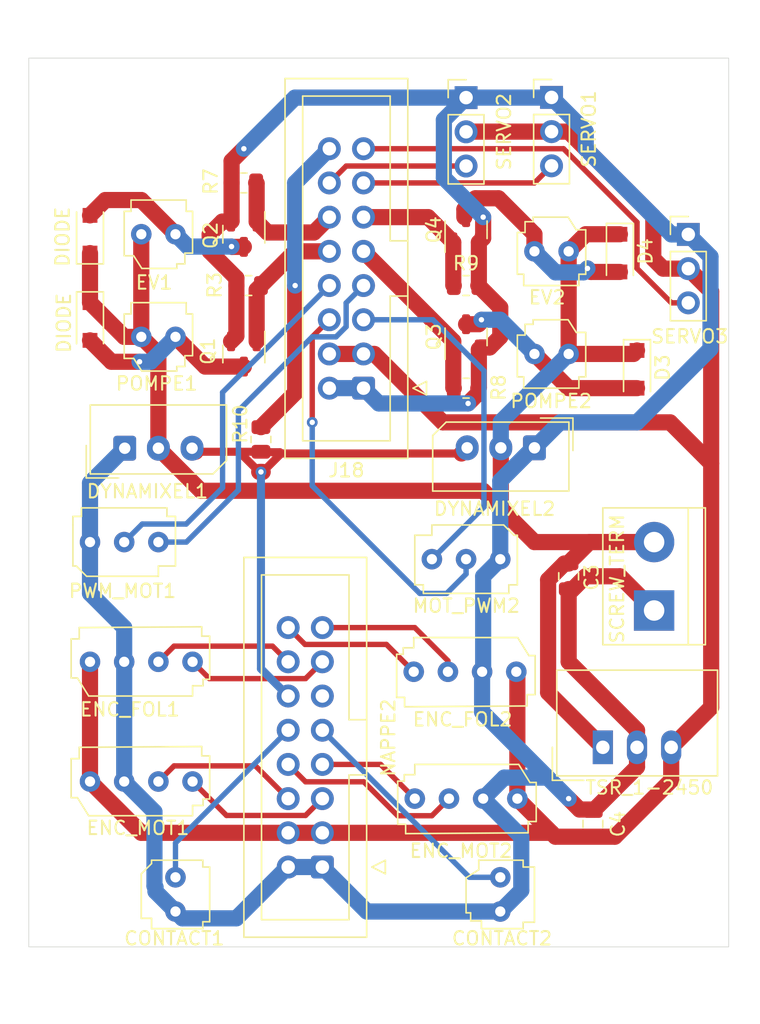
<source format=kicad_pcb>
(kicad_pcb (version 20211014) (generator pcbnew)
  (title_block (comment 4 "AISLER Project ID: LWARZFSB"))
  (layers (0 "F.Cu" signal) (31 "B.Cu" signal) (34 "B.Paste" user) (35 "F.Paste" user) (36 "B.SilkS" user "B.Silkscreen") (37 "F.SilkS" user "F.Silkscreen") (38 "B.Mask" user) (39 "F.Mask" user) (44 "Edge.Cuts" user))
  (net 0 "")
  (net 1 "+12V")
  (net 2 "GND")
  (net 3 "+5V")
  (net 4 "Net-(CONN_COL2-Pad2)")
  (net 5 "Net-(CONN_COL3-Pad2)")
  (net 6 "CONTACTEUR1_GPIO")
  (net 7 "Net-(CONN_COL5-Pad2)")
  (net 8 "Net-(CONN_COL6-Pad2)")
  (net 9 "CONTACTEUR2_GPIO")
  (net 10 "MC1B")
  (net 11 "MC1A")
  (net 12 "MC2B")
  (net 13 "MC2A")
  (net 15 "DataAX12_TX")
  (net 16 "RC_1B")
  (net 17 "RC_1A")
  (net 18 "RC_2B")
  (net 19 "RC_2A")
  (net 20 "S3")
  (net 21 "S2")
  (net 22 "Mot2PWM")
  (net 23 "Mot2DIR")
  (net 24 "Mot1PWM")
  (net 25 "Mot1DIR")
  (net 26 "S1")
  (net 27 "POMPE1")
  (net 28 "POMPE2")
  (net 29 "EV1")
  (net 30 "EV2")
  (net 31 "+3V3")
  (footprint "Connector_IDC:IDC-Header_2x08_P2.54mm_Vertical" (layer "F.Cu") (at 111.801511 181.001511 180)
    (fp_text reference "NAPPE2" (at -4.898489 9.601511 90) (layer "F.SilkS"))
    (fp_text value "Conn_02x08_Top_Bottom")
    (pad "1" thru_hole roundrect locked (at 0 0 180) (size 1.7 1.7) (drill 1) (layers *.Cu *.Mask) (roundrect_rratio 0.1470588235) (net 2 "GND"))
    (pad "2" thru_hole circle locked (at 2.54 0 180) (size 1.7 1.7) (drill 1) (layers *.Cu *.Mask) (net 2 "GND"))
    (pad "3" thru_hole circle locked (at 0 2.54 180) (size 1.7 1.7) (drill 1) (layers *.Cu *.Mask) (net 3 "+5V"))
    (pad "4" thru_hole circle locked (at 2.54 2.54 180) (size 1.7 1.7) (drill 1) (layers *.Cu *.Mask) (net 3 "+5V"))
    (pad "5" thru_hole circle locked (at 0 5.08 180) (size 1.7 1.7) (drill 1) (layers *.Cu *.Mask) (net 10 "MC1B"))
    (pad "6" thru_hole circle locked (at 2.54 5.08 180) (size 1.7 1.7) (drill 1) (layers *.Cu *.Mask) (net 11 "MC1A"))
    (pad "7" thru_hole circle locked (at 0 7.62 180) (size 1.7 1.7) (drill 1) (layers *.Cu *.Mask) (net 12 "MC2B"))
    (pad "8" thru_hole circle locked (at 2.54 7.62 180) (size 1.7 1.7) (drill 1) (layers *.Cu *.Mask) (net 13 "MC2A"))
    (pad "9" thru_hole circle locked (at 0 10.16 180) (size 1.7 1.7) (drill 1) (layers *.Cu *.Mask) (net 9 "CONTACTEUR2_GPIO"))
    (pad "10" thru_hole circle locked (at 2.54 10.16 180) (size 1.7 1.7) (drill 1) (layers *.Cu *.Mask) (net 6 "CONTACTEUR1_GPIO"))
    (pad "11" thru_hole circle locked (at 0 12.7 180) (size 1.7 1.7) (drill 1) (layers *.Cu *.Mask))
    (pad "12" thru_hole circle locked (at 2.54 12.7 180) (size 1.7 1.7) (drill 1) (layers *.Cu *.Mask) (net 15 "DataAX12_TX"))
    (pad "13" thru_hole circle locked (at 0 15.24 180) (size 1.7 1.7) (drill 1) (layers *.Cu *.Mask) (net 16 "RC_1B"))
    (pad "14" thru_hole circle locked (at 2.54 15.24 180) (size 1.7 1.7) (drill 1) (layers *.Cu *.Mask) (net 17 "RC_1A"))
    (pad "15" thru_hole circle locked (at 0 17.78 180) (size 1.7 1.7) (drill 1) (layers *.Cu *.Mask) (net 19 "RC_2A"))
    (pad "16" thru_hole circle locked (at 2.54 17.78 180) (size 1.7 1.7) (drill 1) (layers *.Cu *.Mask) (net 18 "RC_2B"))
  )
  (footprint "Converter_DCDC:Converter_DCDC_TRACO_TSR-1_THT" (layer "F.Cu") (at 132.639011 172.111511)
    (fp_text reference "TSR_1-2450" (at 3.460989 2.988489) (layer "F.SilkS"))
    (fp_text value "TSR_1-2450")
    (pad "1" thru_hole rect (at 0 0) (size 1.5 2.5) (drill 1) (layers *.Cu *.Mask) (net 1 "+12V"))
    (pad "2" thru_hole oval (at 2.54 0) (size 1.5 2.5) (drill 1) (layers *.Cu *.Mask) (net 2 "GND"))
    (pad "3" thru_hole oval (at 5.08 0) (size 1.5 2.5) (drill 1) (layers *.Cu *.Mask) (net 3 "+5V"))
  )
  (footprint "TerminalBlock:TerminalBlock_bornier-2_P5.08mm" (layer "F.Cu") (at 136.449011 161.951511 90)
    (fp_text reference "SCREW_TERM" (at 2.351511 -2.749011 270) (layer "F.SilkS"))
    (fp_text value "Screw_Terminal_01x02")
    (pad "1" thru_hole rect (at 0 0 90) (size 3 3) (drill 1.52) (layers *.Cu *.Mask) (net 2 "GND"))
    (pad "2" thru_hole circle (at 5.08 0 90) (size 3 3) (drill 1.52) (layers *.Cu *.Mask) (net 1 "+12V"))
  )
  (footprint "Capacitor_SMD:C_0805_2012Metric" (layer "F.Cu") (at 130.099011 159.411511 -90)
    (fp_text reference "C3" (at 0.088489 -1.700989 -90) (layer "F.SilkS"))
    (fp_text value "C")
    (pad "1" smd roundrect (at -0.95 0 270) (size 1 1.45) (layers "F.Cu" "F.Paste" "F.Mask") (net 1 "+12V"))
    (pad "2" smd roundrect (at 0.95 0 270) (size 1 1.45) (layers "F.Cu" "F.Paste" "F.Mask") (net 2 "GND"))
  )
  (footprint "Diode_SMD:D_SOD-123F" (layer "F.Cu") (at 133.909011 135.411511 -90)
    (fp_text reference "D4" (at -0.127 -1.905 90) (layer "F.SilkS"))
    (fp_text value "PMEG2020EH")
    (pad "1" smd rect locked (at -1.4 0 270) (size 1.1 1.1) (layers "F.Cu" "F.Paste" "F.Mask") (net 1 "+12V"))
    (pad "2" smd rect locked (at 1.4 0 270) (size 1.1 1.1) (layers "F.Cu" "F.Paste" "F.Mask") (net 8 "Net-(CONN_COL6-Pad2)"))
  )
  (footprint "Resistor_SMD:R_0805_2012Metric" (layer "F.Cu") (at 107.239011 149.251511 -90)
    (fp_text reference "R10" (at -1.151511 1.539011 90) (layer "F.SilkS"))
    (fp_text value "1k")
    (pad "1" smd roundrect locked (at -0.9125 0 270) (size 1.025 1.4) (layers "F.Cu" "F.Paste" "F.Mask") (roundrect_rratio 0.243902439) (net 31 "+3V3"))
    (pad "2" smd roundrect locked (at 0.9125 0 270) (size 1.025 1.4) (layers "F.Cu" "F.Paste" "F.Mask") (roundrect_rratio 0.243902439) (net 15 "DataAX12_TX"))
  )
  (footprint "MountingHole:MountingHole_3.2mm_M3" (layer "F.Cu") (at 94.539011 126.391511)
    (fp_text reference "R" (at -0.039011 0.208489) (layer "F.SilkS"))
    (fp_text value "MountingHole_3.2mm_M3")
    (pad "" np_thru_hole circle locked (at 0 0) (size 3.2 3.2) (drill 3.2) (layers *.Cu *.Mask))
  )
  (footprint "library:HE14_EMBASE_1x03" (layer "F.Cu") (at 94.539011 156.871511)
    (fp_text reference "PWM_MOT1" (at 2.413 3.628489 unlocked) (layer "F.SilkS"))
    (fp_text value "MOT_PWM_1")
    (pad "1" thru_hole circle (at 0 0) (size 1.524 1.524) (drill 0.762) (layers *.Cu *.Mask) (net 2 "GND"))
    (pad "2" thru_hole circle (at 2.54 0) (size 1.524 1.524) (drill 0.762) (layers *.Cu *.Mask) (net 24 "Mot1PWM"))
    (pad "3" thru_hole circle (at 5.08 0) (size 1.524 1.524) (drill 0.762) (layers *.Cu *.Mask) (net 25 "Mot1DIR"))
  )
  (footprint "library:HE14_EMBASE_1x02" (layer "F.Cu") (at 97.587011 141.631511)
    (fp_text reference "POMPE1" (at 1.905 3.468489 unlocked) (layer "F.SilkS"))
    (fp_text value "POMPE1")
    (pad "1" thru_hole circle locked (at 0.762 0) (size 1.524 1.524) (drill 0.762) (layers *.Cu *.Mask) (net 1 "+12V"))
    (pad "2" thru_hole circle locked (at 3.302 0) (size 1.524 1.524) (drill 0.762) (layers *.Cu *.Mask) (net 4 "Net-(CONN_COL2-Pad2)"))
  )
  (footprint "Package_TO_SOT_SMD:SOT-23" (layer "F.Cu") (at 122.479011 133.679011 90)
    (fp_text reference "Q4" (at 0 -2.4 90) (layer "F.SilkS"))
    (fp_text value "IRLML0030")
    (pad "1" smd roundrect locked (at -0.9375 -0.95 90) (size 1.475 0.6) (layers "F.Cu" "F.Paste" "F.Mask") (net 30 "EV2"))
    (pad "2" smd roundrect locked (at -0.9375 0.95 90) (size 1.475 0.6) (layers "F.Cu" "F.Paste" "F.Mask") (net 2 "GND"))
    (pad "3" smd roundrect locked (at 0.9375 0 90) (size 1.475 0.6) (layers "F.Cu" "F.Paste" "F.Mask") (net 8 "Net-(CONN_COL6-Pad2)"))
  )
  (footprint "Package_TO_SOT_SMD:SOT-23" (layer "F.Cu") (at 122.479011 141.631511 90)
    (fp_text reference "Q3" (at 0 -2.4 90) (layer "F.SilkS"))
    (fp_text value "IRLML0030")
    (pad "1" smd roundrect locked (at -0.9375 -0.95 90) (size 1.475 0.6) (layers "F.Cu" "F.Paste" "F.Mask") (net 28 "POMPE2"))
    (pad "2" smd roundrect locked (at -0.9375 0.95 90) (size 1.475 0.6) (layers "F.Cu" "F.Paste" "F.Mask") (net 2 "GND"))
    (pad "3" smd roundrect locked (at 0.9375 0 90) (size 1.475 0.6) (layers "F.Cu" "F.Paste" "F.Mask") (net 7 "Net-(CONN_COL5-Pad2)"))
  )
  (footprint "Resistor_SMD:R_0805_2012Metric" (layer "F.Cu") (at 106.326511 137.821511 180)
    (fp_text reference "R3" (at 2.526511 0.021511 90) (layer "F.SilkS"))
    (fp_text value "10k")
    (pad "1" smd roundrect locked (at -0.9125 0 180) (size 1.025 1.4) (layers "F.Cu" "F.Paste" "F.Mask") (roundrect_rratio 0.243902439) (net 27 "POMPE1"))
    (pad "2" smd roundrect locked (at 0.9125 0 180) (size 1.025 1.4) (layers "F.Cu" "F.Paste" "F.Mask") (roundrect_rratio 0.243902439) (net 2 "GND"))
  )
  (footprint "Resistor_SMD:R_0805_2012Metric" (layer "F.Cu") (at 122.479011 145.441511)
    (fp_text reference "R8" (at 2.420989 -0.041511 90) (layer "F.SilkS"))
    (fp_text value "10k")
    (pad "1" smd roundrect locked (at -0.9125 0) (size 1.025 1.4) (layers "F.Cu" "F.Paste" "F.Mask") (roundrect_rratio 0.243902439) (net 28 "POMPE2"))
    (pad "2" smd roundrect locked (at 0.9125 0) (size 1.025 1.4) (layers "F.Cu" "F.Paste" "F.Mask") (roundrect_rratio 0.243902439) (net 2 "GND"))
  )
  (footprint "library:HE14_EMBASE_1x02" (layer "F.Cu") (at 125.019011 181.001511 -90)
    (fp_text reference "CONTACT2" (at 5.298489 -0.127 unlocked) (layer "F.SilkS"))
    (fp_text value "CONTACT_2")
    (pad "1" thru_hole circle locked (at 0.762 0 270) (size 1.524 1.524) (drill 0.762) (layers *.Cu *.Mask) (net 9 "CONTACTEUR2_GPIO"))
    (pad "2" thru_hole circle locked (at 3.302 0 270) (size 1.524 1.524) (drill 0.762) (layers *.Cu *.Mask) (net 2 "GND"))
  )
  (footprint "Connector_PinHeader_2.54mm:PinHeader_1x03_P2.54mm_Vertical" (layer "F.Cu") (at 128.829011 123.851511)
    (fp_text reference "SERVO1" (at 2.770989 2.348489 90) (layer "F.SilkS"))
    (fp_text value "SERVO1")
    (pad "1" thru_hole rect locked (at 0 0) (size 1.7 1.7) (drill 1) (layers *.Cu *.Mask) (net 2 "GND"))
    (pad "2" thru_hole oval locked (at 0 2.54) (size 1.7 1.7) (drill 1) (layers *.Cu *.Mask) (net 3 "+5V"))
    (pad "3" thru_hole oval locked (at 0 5.08) (size 1.7 1.7) (drill 1) (layers *.Cu *.Mask) (net 26 "S1"))
  )
  (footprint "library:HE14_EMBASE_1x04" (layer "F.Cu") (at 126.21 166.5 180)
    (fp_text reference "ENC_FOL2" (at 3.989011 -3.538489 unlocked) (layer "F.SilkS"))
    (fp_text value "ENC_FOL_2")
    (pad "1" thru_hole circle (at 0 0 180) (size 1.524 1.524) (drill 0.762) (layers *.Cu *.Mask) (net 3 "+5V"))
    (pad "2" thru_hole circle (at 2.54 0 180) (size 1.524 1.524) (drill 0.762) (layers *.Cu *.Mask) (net 2 "GND"))
    (pad "3" thru_hole circle (at 5.08 0 180) (size 1.524 1.524) (drill 0.762) (layers *.Cu *.Mask) (net 19 "RC_2A"))
    (pad "4" thru_hole circle (at 7.62 0 180) (size 1.524 1.524) (drill 0.762) (layers *.Cu *.Mask) (net 18 "RC_2B"))
  )
  (footprint "Diode_SMD:D_SOD-123F" (layer "F.Cu") (at 135.179011 144.041511 -90)
    (fp_text reference "D3" (at -0.127 -1.905 90) (layer "F.SilkS"))
    (fp_text value "PMEG2020EH")
    (pad "1" smd rect locked (at -1.4 0 270) (size 1.1 1.1) (layers "F.Cu" "F.Paste" "F.Mask") (net 1 "+12V"))
    (pad "2" smd rect locked (at 1.4 0 270) (size 1.1 1.1) (layers "F.Cu" "F.Paste" "F.Mask") (net 7 "Net-(CONN_COL5-Pad2)"))
  )
  (footprint "library:HE14_EMBASE_1x02" (layer "F.Cu") (at 130.861011 135.281511 180)
    (fp_text reference "EV2" (at 2.361011 -3.418489 unlocked) (layer "F.SilkS"))
    (fp_text value "EV2")
    (pad "1" thru_hole circle locked (at 0.762 0 180) (size 1.524 1.524) (drill 0.762) (layers *.Cu *.Mask) (net 1 "+12V"))
    (pad "2" thru_hole circle locked (at 3.302 0 180) (size 1.524 1.524) (drill 0.762) (layers *.Cu *.Mask) (net 8 "Net-(CONN_COL6-Pad2)"))
  )
  (footprint "library:HE14_EMBASE_1x02" (layer "F.Cu") (at 97.587011 134.011511)
    (fp_text reference "EV1" (at 1.712989 3.588489 unlocked) (layer "F.SilkS"))
    (fp_text value "EV1")
    (pad "1" thru_hole circle locked (at 0.762 0) (size 1.524 1.524) (drill 0.762) (layers *.Cu *.Mask) (net 1 "+12V"))
    (pad "2" thru_hole circle locked (at 3.302 0) (size 1.524 1.524) (drill 0.762) (layers *.Cu *.Mask) (net 5 "Net-(CONN_COL3-Pad2)"))
  )
  (footprint "MountingHole:MountingHole_3.2mm_M3" (layer "F.Cu") (at 94.539011 182.271511)
    (fp_text reference "R" (at -0.039011 0.228489) (layer "F.SilkS"))
    (fp_text value "MountingHole_3.2mm_M3")
    (pad "" np_thru_hole circle locked (at 0 0) (size 3.2 3.2) (drill 3.2) (layers *.Cu *.Mask))
  )
  (footprint "library:HE14_EMBASE_1x02" (layer "F.Cu") (at 130.861011 142.901511 180)
    (fp_text reference "POMPE2" (at 2.061011 -3.498489 unlocked) (layer "F.SilkS"))
    (fp_text value "POMPE2")
    (pad "1" thru_hole circle locked (at 0.762 0 180) (size 1.524 1.524) (drill 0.762) (layers *.Cu *.Mask) (net 1 "+12V"))
    (pad "2" thru_hole circle locked (at 3.302 0 180) (size 1.524 1.524) (drill 0.762) (layers *.Cu *.Mask) (net 7 "Net-(CONN_COL5-Pad2)"))
  )
  (footprint "Package_TO_SOT_SMD:SOT-23" (layer "F.Cu") (at 105.969011 142.901511 -90)
    (fp_text reference "Q1" (at -0.201511 2.669011 90) (layer "F.SilkS"))
    (fp_text value "IRLML0030")
    (pad "1" smd roundrect locked (at -0.9375 -0.95 270) (size 1.475 0.6) (layers "F.Cu" "F.Paste" "F.Mask") (net 27 "POMPE1"))
    (pad "2" smd roundrect locked (at -0.9375 0.95 270) (size 1.475 0.6) (layers "F.Cu" "F.Paste" "F.Mask") (net 2 "GND"))
    (pad "3" smd roundrect locked (at 0.9375 0 270) (size 1.475 0.6) (layers "F.Cu" "F.Paste" "F.Mask") (net 4 "Net-(CONN_COL2-Pad2)"))
  )
  (footprint "library:HE14_EMBASE_1x04" (layer "F.Cu") (at 94.539011 174.651511)
    (fp_text reference "ENC_MOT1" (at 3.560989 3.448489 unlocked) (layer "F.SilkS"))
    (fp_text value "ENC_MOT_1")
    (pad "1" thru_hole circle (at 0 0) (size 1.524 1.524) (drill 0.762) (layers *.Cu *.Mask) (net 3 "+5V"))
    (pad "2" thru_hole circle (at 2.54 0) (size 1.524 1.524) (drill 0.762) (layers *.Cu *.Mask) (net 2 "GND"))
    (pad "3" thru_hole circle (at 5.08 0) (size 1.524 1.524) (drill 0.762) (layers *.Cu *.Mask) (net 11 "MC1A"))
    (pad "4" thru_hole circle (at 7.62 0) (size 1.524 1.524) (drill 0.762) (layers *.Cu *.Mask) (net 10 "MC1B"))
  )
  (footprint "Diode_SMD:D_SOD-123F" (layer "F.Cu") (at 94.539011 140.491511 -90)
    (fp_text reference "DIODE" (at 0.108489 1.939011 -90) (layer "F.SilkS"))
    (fp_text value "PMEG2020EH")
    (pad "1" smd rect locked (at -1.4 0 270) (size 1.1 1.1) (layers "F.Cu" "F.Paste" "F.Mask") (net 1 "+12V"))
    (pad "2" smd rect locked (at 1.4 0 270) (size 1.1 1.1) (layers "F.Cu" "F.Paste" "F.Mask") (net 4 "Net-(CONN_COL2-Pad2)"))
  )
  (footprint "Connector_PinHeader_2.54mm:PinHeader_1x03_P2.54mm_Vertical" (layer "F.Cu") (at 138.989011 134.026511)
    (fp_text reference "SERVO3" (at 0.110989 7.573489) (layer "F.SilkS"))
    (fp_text value "SERVO3")
    (pad "1" thru_hole rect locked (at 0 0) (size 1.7 1.7) (drill 1) (layers *.Cu *.Mask) (net 2 "GND"))
    (pad "2" thru_hole oval locked (at 0 2.54) (size 1.7 1.7) (drill 1) (layers *.Cu *.Mask) (net 3 "+5V"))
    (pad "3" thru_hole oval locked (at 0 5.08) (size 1.7 1.7) (drill 1) (layers *.Cu *.Mask) (net 20 "S3"))
  )
  (footprint "MountingHole:MountingHole_3.2mm_M3" (layer "F.Cu") (at 136.449011 126.391511)
    (fp_text reference "R" (at 0.350989 -0.091511) (layer "F.SilkS"))
    (fp_text value "MountingHole_3.2mm_M3")
    (pad "" np_thru_hole circle locked (at 0 0) (size 3.2 3.2) (drill 3.2) (layers *.Cu *.Mask))
  )
  (footprint "Connector_IDC:IDC-Header_2x08_P2.54mm_Vertical" (layer "F.Cu") (at 114.859011 145.441511 180)
    (fp_text reference "J18" (at 1.27 -6.1) (layer "F.SilkS"))
    (fp_text value "Conn_02x08_Top_Bottom")
    (pad "1" thru_hole roundrect locked (at 0 0 180) (size 1.7 1.7) (drill 1) (layers *.Cu *.Mask) (roundrect_rratio 0.1470588235) (net 2 "GND"))
    (pad "2" thru_hole circle locked (at 2.54 0 180) (size 1.7 1.7) (drill 1) (layers *.Cu *.Mask) (net 2 "GND"))
    (pad "3" thru_hole circle locked (at 0 2.54 180) (size 1.7 1.7) (drill 1) (layers *.Cu *.Mask) (net 3 "+5V"))
    (pad "4" thru_hole circle locked (at 2.54 2.54 180) (size 1.7 1.7) (drill 1) (layers *.Cu *.Mask) (net 3 "+5V"))
    (pad "5" thru_hole circle locked (at 0 5.08 180) (size 1.7 1.7) (drill 1) (layers *.Cu *.Mask) (net 23 "Mot2DIR"))
    (pad "6" thru_hole circle locked (at 2.54 5.08 180) (size 1.7 1.7) (drill 1) (layers *.Cu *.Mask) (net 22 "Mot2PWM"))
    (pad "7" thru_hole circle locked (at 0 7.62 180) (size 1.7 1.7) (drill 1) (layers *.Cu *.Mask) (net 25 "Mot1DIR"))
    (pad "8" thru_hole circle locked (at 2.54 7.62 180) (size 1.7 1.7) (drill 1) (layers *.Cu *.Mask) (net 24 "Mot1PWM"))
    (pad "9" thru_hole circle locked (at 0 10.16 180) (size 1.7 1.7) (drill 1) (layers *.Cu *.Mask) (net 28 "POMPE2"))
    (pad "10" thru_hole circle locked (at 2.54 10.16 180) (size 1.7 1.7) (drill 1) (layers *.Cu *.Mask) (net 27 "POMPE1"))
    (pad "11" thru_hole circle locked (at 0 12.7 180) (size 1.7 1.7) (drill 1) (layers *.Cu *.Mask) (net 30 "EV2"))
    (pad "12" thru_hole circle locked (at 2.54 12.7 180) (size 1.7 1.7) (drill 1) (layers *.Cu *.Mask) (net 29 "EV1"))
    (pad "13" thru_hole circle locked (at 0 15.24 180) (size 1.7 1.7) (drill 1) (layers *.Cu *.Mask) (net 26 "S1"))
    (pad "14" thru_hole circle locked (at 2.54 15.24 180) (size 1.7 1.7) (drill 1) (layers *.Cu *.Mask) (net 21 "S2"))
    (pad "15" thru_hole circle locked (at 0 17.78 180) (size 1.7 1.7) (drill 1) (layers *.Cu *.Mask) (net 20 "S3"))
    (pad "16" thru_hole circle locked (at 2.54 17.78 180) (size 1.7 1.7) (drill 1) (layers *.Cu *.Mask) (net 31 "+3V3"))
  )
  (footprint "Diode_SMD:D_SOD-123F" (layer "F.Cu") (at 94.539011 134.011511 90)
    (fp_text reference "DIODE" (at -0.188489 -2.039011 270) (layer "F.SilkS"))
    (fp_text value "PMEG2020EH")
    (pad "1" smd rect locked (at -1.4 0 90) (size 1.1 1.1) (layers "F.Cu" "F.Paste" "F.Mask") (net 1 "+12V"))
    (pad "2" smd rect locked (at 1.4 0 90) (size 1.1 1.1) (layers "F.Cu" "F.Paste" "F.Mask") (net 5 "Net-(CONN_COL3-Pad2)"))
  )
  (footprint "library:HE14_EMBASE_1x04" (layer "F.Cu") (at 126.289011 175.921511 180)
    (fp_text reference "ENC_MOT2" (at 4.189011 -3.878489 unlocked) (layer "F.SilkS"))
    (fp_text value "ENC_MOT_2")
    (pad "1" thru_hole circle (at 0 0 180) (size 1.524 1.524) (drill 0.762) (layers *.Cu *.Mask) (net 3 "+5V"))
    (pad "2" thru_hole circle (at 2.54 0 180) (size 1.524 1.524) (drill 0.762) (layers *.Cu *.Mask) (net 2 "GND"))
    (pad "3" thru_hole circle (at 5.08 0 180) (size 1.524 1.524) (drill 0.762) (layers *.Cu *.Mask) (net 13 "MC2A"))
    (pad "4" thru_hole circle (at 7.62 0 180) (size 1.524 1.524) (drill 0.762) (layers *.Cu *.Mask) (net 12 "MC2B"))
  )
  (footprint "MountingHole:MountingHole_3.2mm_M3" (layer "F.Cu") (at 136.449011 182.271511)
    (fp_text reference "R" (at 0.250989 0.028489) (layer "F.SilkS"))
    (fp_text value "MountingHole_3.2mm_M3")
    (pad "" np_thru_hole circle locked (at 0 0) (size 3.2 3.2) (drill 3.2) (layers *.Cu *.Mask))
  )
  (footprint "Connector_PinHeader_2.54mm:PinHeader_1x03_P2.54mm_Vertical" (layer "F.Cu") (at 122.479011 123.866511)
    (fp_text reference "SERVO2" (at 2.820989 2.533489 90) (layer "F.SilkS"))
    (fp_text value "SERVO2")
    (pad "1" thru_hole rect locked (at 0 0) (size 1.7 1.7) (drill 1) (layers *.Cu *.Mask) (net 2 "GND"))
    (pad "2" thru_hole oval locked (at 0 2.54) (size 1.7 1.7) (drill 1) (layers *.Cu *.Mask) (net 3 "+5V"))
    (pad "3" thru_hole oval locked (at 0 5.08) (size 1.7 1.7) (drill 1) (layers *.Cu *.Mask) (net 21 "S2"))
  )
  (footprint "library:HE14_EMBASE_1x03" (layer "F.Cu") (at 125.019011 158.141511 180)
    (fp_text reference "MOT_PWM2" (at 2.519011 -3.458489 unlocked) (layer "F.SilkS"))
    (fp_text value "MOT_PWM_2")
    (pad "1" thru_hole circle (at 0 0 180) (size 1.524 1.524) (drill 0.762) (layers *.Cu *.Mask) (net 2 "GND"))
    (pad "2" thru_hole circle (at 2.54 0 180) (size 1.524 1.524) (drill 0.762) (layers *.Cu *.Mask) (net 22 "Mot2PWM"))
    (pad "3" thru_hole circle (at 5.08 0 180) (size 1.524 1.524) (drill 0.762) (layers *.Cu *.Mask) (net 23 "Mot2DIR"))
  )
  (footprint "Connector_Molex:Molex_SPOX_5267-03A_1x03_P2.50mm_Vertical" (layer "F.Cu") (at 127.559011 149.871511 180)
    (fp_text reference "DYNAMIXEL2" (at 2.959011 -4.528489) (layer "F.SilkS"))
    (fp_text value "AX12_2")
    (pad "1" thru_hole roundrect locked (at 0 0 180) (size 1.7 1.85) (drill 0.85) (layers *.Cu *.Mask) (roundrect_rratio 0.1470588235) (net 2 "GND"))
    (pad "2" thru_hole oval locked (at 2.5 0 180) (size 1.7 1.85) (drill 0.85) (layers *.Cu *.Mask) (net 1 "+12V"))
    (pad "3" thru_hole oval locked (at 5 0 180) (size 1.7 1.85) (drill 0.85) (layers *.Cu *.Mask) (net 15 "DataAX12_TX"))
  )
  (footprint "Resistor_SMD:R_0805_2012Metric" (layer "F.Cu") (at 122.479011 137.821511)
    (fp_text reference "R9" (at 0 -1.65) (layer "F.SilkS"))
    (fp_text value "10k")
    (pad "1" smd roundrect locked (at -0.9125 0) (size 1.025 1.4) (layers "F.Cu" "F.Paste" "F.Mask") (roundrect_rratio 0.243902439) (net 30 "EV2"))
    (pad "2" smd roundrect locked (at 0.9125 0) (size 1.025 1.4) (layers "F.Cu" "F.Paste" "F.Mask") (roundrect_rratio 0.243902439) (net 2 "GND"))
  )
  (footprint "Connector_Molex:Molex_SPOX_5267-03A_1x03_P2.50mm_Vertical" (layer "F.Cu") (at 97.119011 149.901511)
    (fp_text reference "DYNAMIXEL1" (at 1.680989 3.198489) (layer "F.SilkS"))
    (fp_text value "AX12_1")
    (pad "1" thru_hole roundrect locked (at 0 0) (size 1.7 1.85) (drill 0.85) (layers *.Cu *.Mask) (roundrect_rratio 0.1470588235) (net 2 "GND"))
    (pad "2" thru_hole oval locked (at 2.5 0) (size 1.7 1.85) (drill 0.85) (layers *.Cu *.Mask) (net 1 "+12V"))
    (pad "3" thru_hole oval locked (at 5 0) (size 1.7 1.85) (drill 0.85) (layers *.Cu *.Mask) (net 15 "DataAX12_TX"))
  )
  (footprint "Package_TO_SOT_SMD:SOT-23" (layer "F.Cu") (at 105.969011 134.011511 -90)
    (fp_text reference "Q2" (at 0.088489 2.469011 90) (layer "F.SilkS"))
    (fp_text value "IRLML0030")
    (pad "1" smd roundrect locked (at -0.9375 -0.95 270) (size 1.475 0.6) (layers "F.Cu" "F.Paste" "F.Mask") (net 29 "EV1"))
    (pad "2" smd roundrect locked (at -0.9375 0.95 270) (size 1.475 0.6) (layers "F.Cu" "F.Paste" "F.Mask") (net 2 "GND"))
    (pad "3" smd roundrect locked (at 0.9375 0 270) (size 1.475 0.6) (layers "F.Cu" "F.Paste" "F.Mask") (net 5 "Net-(CONN_COL3-Pad2)"))
  )
  (footprint "library:HE14_EMBASE_1x02" (layer "F.Cu") (at 100.889011 181.001511 -90)
    (fp_text reference "CONTACT1" (at 5.298489 0.089011 unlocked) (layer "F.SilkS"))
    (fp_text value "CONTACT_1")
    (pad "1" thru_hole circle locked (at 0.762 0 270) (size 1.524 1.524) (drill 0.762) (layers *.Cu *.Mask) (net 6 "CONTACTEUR1_GPIO"))
    (pad "2" thru_hole circle locked (at 3.302 0 270) (size 1.524 1.524) (drill 0.762) (layers *.Cu *.Mask) (net 2 "GND"))
  )
  (footprint "Capacitor_SMD:C_0805_2012Metric" (layer "F.Cu") (at 131.9 177.8 -90)
    (fp_text reference "C4" (at 0.008489 -1.860989 90) (layer "F.SilkS"))
    (fp_text value "C")
    (pad "1" smd roundrect (at -0.95 0 270) (size 1 1.45) (layers "F.Cu" "F.Paste" "F.Mask") (net 2 "GND"))
    (pad "2" smd roundrect (at 0.95 0 270) (size 1 1.45) (layers "F.Cu" "F.Paste" "F.Mask") (net 3 "+5V"))
  )
  (footprint "library:HE14_EMBASE_1x04" (layer "F.Cu") (at 94.539011 165.761511)
    (fp_text reference "ENC_FOL1" (at 2.960989 3.538489 unlocked) (layer "F.SilkS"))
    (fp_text value "ENC_FOL_1")
    (pad "1" thru_hole circle (at 0 0) (size 1.524 1.524) (drill 0.762) (layers *.Cu *.Mask) (net 3 "+5V"))
    (pad "2" thru_hole circle (at 2.54 0) (size 1.524 1.524) (drill 0.762) (layers *.Cu *.Mask) (net 2 "GND"))
    (pad "3" thru_hole circle (at 5.08 0) (size 1.524 1.524) (drill 0.762) (layers *.Cu *.Mask) (net 17 "RC_1A"))
    (pad "4" thru_hole circle (at 7.62 0) (size 1.524 1.524) (drill 0.762) (layers *.Cu *.Mask) (net 16 "RC_1B"))
  )
  (footprint "Resistor_SMD:R_0805_2012Metric" (layer "F.Cu") (at 105.969011 130.201511 180)
    (fp_text reference "R7" (at 2.469011 0.101511 90) (layer "F.SilkS"))
    (fp_text value "10k")
    (pad "1" smd roundrect locked (at -0.9125 0 180) (size 1.025 1.4) (layers "F.Cu" "F.Paste" "F.Mask") (roundrect_rratio 0.243902439) (net 29 "EV1"))
    (pad "2" smd roundrect locked (at 0.9125 0 180) (size 1.025 1.4) (layers "F.Cu" "F.Paste" "F.Mask") (roundrect_rratio 0.243902439) (net 2 "GND"))
  )
  (gr_rect locked (start 89.989011 120.931511) (end 141.989011 186.931511) (layer "Edge.Cuts") (width 0.05) (fill none))
  (segment locked (start 97.079011 141.631511) (end 98.349011 141.631511) (width 1.2) (layer "F.Cu") (net 1))
  (segment locked (start 94.539011 139.091511) (end 94.539011 135.411511) (width 1.2) (layer "F.Cu") (net 1))
  (segment locked (start 134.919011 142.901511) (end 135.179011 142.641511) (width 1.2) (layer "F.Cu") (net 1))
  (segment (start 130.099011 158.461511) (end 129.789766 158.461511) (width 1.2) (layer "F.Cu") (net 1))
  (segment locked (start 133.909011 134.011511) (end 131.369011 134.011511) (width 1.2) (layer "F.Cu") (net 1))
  (segment (start 102.779011 153.061511) (end 99.619011 149.901511) (width 1.2) (layer "F.Cu") (net 1))
  (segment locked (start 98.349011 141.631511) (end 98.349011 134.011511) (width 1.2) (layer "F.Cu") (net 1))
  (segment locked (start 130.099011 142.901511) (end 134.919011 142.901511) (width 1.2) (layer "F.Cu") (net 1))
  (segment (start 125.059011 154.291511) (end 125.019011 154.331511) (width 1.2) (layer "F.Cu") (net 1))
  (segment (start 129.789766 158.461511) (end 128.574491 159.676786) (width 1.2) (layer "F.Cu") (net 1))
  (segment locked (start 130.099011 135.281511) (end 130.099011 142.901511) (width 1.2) (layer "F.Cu") (net 1))
  (segment locked (start 131.369011 134.011511) (end 130.099011 135.281511) (width 1.2) (layer "F.Cu") (net 1))
  (segment (start 128.574491 159.676786) (end 128.574491 168.046991) (width 1.2) (layer "F.Cu") (net 1))
  (segment (start 130.099011 158.421511) (end 130.099011 158.461511) (width 1.2) (layer "F.Cu") (net 1))
  (segment locked (start 99.619011 142.901511) (end 98.349011 141.631511) (width 1.2) (layer "F.Cu") (net 1))
  (segment (start 127.559011 156.871511) (end 136.449011 156.871511) (width 1.2) (layer "F.Cu") (net 1))
  (segment locked (start 99.619011 149.901511) (end 99.619011 142.901511) (width 1.2) (layer "F.Cu") (net 1))
  (segment (start 125.019011 154.331511) (end 123.749011 153.061511) (width 1.2) (layer "F.Cu") (net 1))
  (segment (start 125.059011 149.871511) (end 125.059011 154.291511) (width 1.2) (layer "F.Cu") (net 1))
  (segment (start 128.574491 168.046991) (end 132.639011 172.111511) (width 1.2) (layer "F.Cu") (net 1))
  (segment locked (start 94.539011 139.091511) (end 97.079011 141.631511) (width 1.2) (layer "F.Cu") (net 1))
  (segment (start 123.749011 153.061511) (end 102.779011 153.061511) (width 1.2) (layer "F.Cu") (net 1))
  (segment (start 131.649011 156.871511) (end 130.099011 158.421511) (width 1.2) (layer "F.Cu") (net 1))
  (segment (start 136.449011 156.871511) (end 131.649011 156.871511) (width 1.2) (layer "F.Cu") (net 1))
  (segment (start 125.019011 154.331511) (end 127.559011 156.871511) (width 1.2) (layer "F.Cu") (net 1))
  (segment locked (start 130.099011 142.901511) (end 125.059011 147.941511) (width 1.2) (layer "B.Cu") (net 1))
  (segment locked (start 125.059011 147.941511) (end 125.059011 149.871511) (width 1.2) (layer "B.Cu") (net 1))
  (segment locked (start 105.414011 137.821511) (end 105.414011 137.266511) (width 1.2) (layer "F.Cu") (net 2))
  (segment locked (start 123.391511 145.441511) (end 123.391511 145.813256) (width 1.2) (layer "F.Cu") (net 2))
  (segment locked (start 125.019011 141.631511) (end 124.231031 142.419491) (width 1.2) (layer "F.Cu") (net 2))
  (segment locked (start 123.429011 142.569011) (end 123.429011 145.404011) (width 1.2) (layer "F.Cu") (net 2))
  (segment (start 130.099011 165.761511) (end 135.179011 170.841511) (width 1.2) (layer "F.Cu") (net 2))
  (segment locked (start 123.391511 145.813256) (end 122.628522 146.576245) (width 1.2) (layer "F.Cu") (net 2))
  (segment locked (start 103.429011 134.011511) (end 104.366511 133.074011) (width 1.2) (layer "F.Cu") (net 2))
  (segment locked (start 125.019011 139.449011) (end 125.019011 141.631511) (width 1.2) (layer "F.Cu") (net 2))
  (segment (start 133.909011 159.411511) (end 131.369011 159.411511) (width 1.2) (layer "F.Cu") (net 2))
  (segment locked (start 105.056511 133.036511) (end 105.019011 133.074011) (width 1.2) (layer "F.Cu") (net 2))
  (segment (start 130.909491 176.731991) (end 130.099011 175.921511) (width 1.2) (layer "F.Cu") (net 2))
  (segment (start 136.449011 161.951511) (end 133.909011 159.411511) (width 1.2) (layer "F.Cu") (net 2))
  (segment locked (start 123.749011 134.296511) (end 123.429011 134.616511) (width 1.2) (layer "F.Cu") (net 2))
  (segment locked (start 105.414011 141.569011) (end 105.019011 141.964011) (width 1.2) (layer "F.Cu") (net 2))
  (segment locked (start 123.429011 134.616511) (end 123.429011 137.784011) (width 1.2) (layer "F.Cu") (net 2))
  (segment (start 135.179011 172.111511) (end 135.179011 173.570989) (width 1.2) (layer "F.Cu") (net 2))
  (segment locked (start 104.366511 133.074011) (end 105.019011 133.074011) (width 1.2) (layer "F.Cu") (net 2))
  (segment locked (start 105.056511 128.574011) (end 105.056511 130.201511) (width 1.2) (layer "F.Cu") (net 2))
  (segment (start 130.099011 160.361511) (end 130.099011 165.761511) (width 1.2) (layer "F.Cu") (net 2))
  (segment locked (start 103.429011 135.281511) (end 103.429011 134.011511) (width 1.2) (layer "F.Cu") (net 2))
  (segment (start 131.369011 159.411511) (end 130.099011 160.681511) (width 1.2) (layer "F.Cu") (net 2))
  (segment locked (start 123.578531 142.419491) (end 123.429011 142.569011) (width 1.2) (layer "F.Cu") (net 2))
  (segment (start 135.179011 170.841511) (end 135.179011 172.111511) (width 1.2) (layer "F.Cu") (net 2))
  (segment locked (start 123.391511 137.821511) (end 125.019011 139.449011) (width 1.2) (layer "F.Cu") (net 2))
  (segment locked (start 105.969011 127.661511) (end 105.056511 128.574011) (width 1.2) (layer "F.Cu") (net 2))
  (segment (start 135.179011 173.570989) (end 132.018009 176.731991) (width 1.2) (layer "F.Cu") (net 2))
  (segment locked (start 123.429011 137.784011) (end 123.391511 137.821511) (width 1.2) (layer "F.Cu") (net 2))
  (segment locked (start 123.429011 145.404011) (end 123.391511 145.441511) (width 1.2) (layer "F.Cu") (net 2))
  (segment locked (start 105.056511 130.201511) (end 105.056511 133.036511) (width 1.2) (layer "F.Cu") (net 2))
  (segment locked (start 105.414011 137.821511) (end 105.414011 141.569011) (width 1.2) (layer "F.Cu") (net 2))
  (segment (start 132.018009 176.731991) (end 130.909491 176.731991) (width 1.2) (layer "F.Cu") (net 2))
  (segment locked (start 123.749011 132.741511) (end 123.749011 134.296511) (width 1.2) (layer "F.Cu") (net 2))
  (segment locked (start 105.414011 137.266511) (end 103.429011 135.281511) (width 1.2) (layer "F.Cu") (net 2))
  (segment locked (start 124.231031 142.419491) (end 123.578531 142.419491) (width 1.2) (layer "F.Cu") (net 2))
  (via locked (at 123.749011 132.741511) (size 0.8) (drill 0.4) (layers "F.Cu" "B.Cu") (net 2))
  (via locked (at 105.969011 127.661511) (size 0.8) (drill 0.4) (layers "F.Cu" "B.Cu") (net 2))
  (via (at 130.099011 175.921511) (size 0.8) (drill 0.4) (layers "F.Cu" "B.Cu") (net 2))
  (via locked (at 122.628522 146.576245) (size 0.8) (drill 0.4) (layers "F.Cu" "B.Cu") (net 2))
  (segment (start 111.801511 181.001511) (end 109.261511 181.001511) (width 1.2) (layer "B.Cu") (net 2))
  (segment locked (start 126.580522 178.753022) (end 126.580522 182.742) (width 1.2) (layer "B.Cu") (net 2))
  (segment locked (start 105.409011 184.811511) (end 101.397011 184.811511) (width 1.2) (layer "B.Cu") (net 2))
  (segment locked (start 122.479011 123.866511) (end 128.814011 123.866511) (width 1.2) (layer "B.Cu") (net 2))
  (segment locked (start 122.628522 146.576245) (end 115.993745 146.576245) (width 1.2) (layer "B.Cu") (net 2))
  (segment locked (start 126.580522 182.742) (end 125.019011 184.303511) (width 1.2) (layer "B.Cu") (net 2))
  (segment (start 97.079011 165.761511) (end 97.079011 163.221511) (width 1.2) (layer "B.Cu") (net 2))
  (segment (start 99.3275 176.9) (end 97.079011 174.651511) (width 1.2) (layer "B.Cu") (net 2))
  (segment (start 123.749011 159.411511) (end 123.749011 166.420989) (width 1.2) (layer "B.Cu") (net 2))
  (segment locked (start 138.989011 134.026511) (end 140.638522 135.676022) (width 1.2) (layer "B.Cu") (net 2))
  (segment locked (start 115.103511 184.303511) (end 111.801511 181.001511) (width 1.2) (layer "B.Cu") (net 2))
  (segment (start 125.019011 152.319284) (end 125.019011 158.141511) (width 1.2) (layer "B.Cu") (net 2))
  (segment (start 127.466784 149.871511) (end 125.019011 152.319284) (width 1.2) (layer "B.Cu") (net 2))
  (segment locked (start 140.638522 142.522) (end 135.179011 147.981511) (width 1.2) (layer "B.Cu") (net 2))
  (segment (start 123.749011 166.420989) (end 123.67 166.5) (width 1.2) (layer "B.Cu") (net 2))
  (segment (start 94.539011 152.481511) (end 97.119011 149.901511) (width 1.2) (layer "B.Cu") (net 2))
  (segment locked (start 140.638522 135.676022) (end 140.638522 142.522) (width 1.2) (layer "B.Cu") (net 2))
  (segment locked (start 99.3275 182.410311) (end 99.3275 176.9) (width 1.2) (layer "B.Cu") (net 2))
  (segment (start 127.559011 149.871511) (end 127.466784 149.871511) (width 1.2) (layer "B.Cu") (net 2))
  (segment locked (start 101.397011 184.811511) (end 100.889011 184.303511) (width 1.2) (layer "B.Cu") (net 2))
  (segment locked (start 120.8295 125.516022) (end 120.8295 129.822) (width 1.2) (layer "B.Cu") (net 2))
  (segment (start 123.749011 175.921511) (end 126.580522 178.753022) (width 1.2) (layer "B.Cu") (net 2))
  (segment (start 97.079011 163.221511) (end 94.539011 160.681511) (width 1.2) (layer "B.Cu") (net 2))
  (segment locked (start 128.829011 123.851511) (end 131.369011 126.391511) (width 1.2) (layer "B.Cu") (net 2))
  (segment locked (start 125.019011 184.303511) (end 115.103511 184.303511) (width 1.2) (layer "B.Cu") (net 2))
  (segment locked (start 100.889011 184.303511) (end 99.403855 182.818355) (width 1.2) (layer "B.Cu") (net 2))
  (segment locked (start 137.734011 134.026511) (end 138.989011 134.026511) (width 1.2) (layer "B.Cu") (net 2))
  (segment locked (start 128.814011 123.866511) (end 128.829011 123.851511) (width 1.2) (layer "B.Cu") (net 2))
  (segment (start 125.019011 158.141511) (end 123.749011 159.411511) (width 1.2) (layer "B.Cu") (net 2))
  (segment locked (start 122.479011 123.866511) (end 109.764011 123.866511) (width 1.2) (layer "B.Cu") (net 2))
  (segment (start 94.539011 160.681511) (end 94.539011 156.871511) (width 1.2) (layer "B.Cu") (net 2))
  (segment locked (start 122.479011 123.866511) (end 120.8295 125.516022) (width 1.2) (layer "B.Cu") (net 2))
  (segment (start 130.099011 175.921511) (end 128.5375 174.36) (width 1.2) (layer "B.Cu") (net 2))
  (segment (start 94.539011 156.871511) (end 94.539011 152.481511) (width 1.2) (layer "B.Cu") (net 2))
  (segment (start 97.079011 174.651511) (end 97.079011 165.761511) (width 1.2) (layer "B.Cu") (net 2))
  (segment locked (start 109.764011 123.866511) (end 105.969011 127.661511) (width 1.2) (layer "B.Cu") (net 2))
  (segment locked (start 129.449011 147.981511) (end 127.559011 149.871511) (width 1.2) (layer "B.Cu") (net 2))
  (segment locked (start 120.8295 129.822) (end 123.749011 132.741511) (width 1.2) (layer "B.Cu") (net 2))
  (segment locked (start 112.319011 145.441511) (end 114.859011 145.441511) (width 1.2) (layer "B.Cu") (net 2))
  (segment locked (start 131.369011 126.391511) (end 131.369011 127.661511) (width 1.2) (layer "B.Cu") (net 2))
  (segment locked (start 131.369011 127.661511) (end 137.734011 134.026511) (width 1.2) (layer "B.Cu") (net 2))
  (segment (start 128.5375 174.36) (end 125.310522 174.36) (width 1.2) (layer "B.Cu") (net 2))
  (segment (start 109.261511 181.001511) (end 109.219011 181.001511) (width 1.2) (layer "B.Cu") (net 2))
  (segment (start 125.310522 174.36) (end 123.749011 175.921511) (width 1.2) (layer "B.Cu") (net 2))
  (segment locked (start 115.993745 146.576245) (end 114.859011 145.441511) (width 1.2) (layer "B.Cu") (net 2))
  (segment locked (start 109.219011 181.001511) (end 105.409011 184.811511) (width 1.2) (layer "B.Cu") (net 2))
  (segment (start 123.67 166.5) (end 123.67 169.4925) (width 1.2) (layer "B.Cu") (net 2))
  (segment (start 123.67 169.4925) (end 128.5375 174.36) (width 1.2) (layer "B.Cu") (net 2))
  (segment locked (start 99.403855 182.486666) (end 99.3275 182.410311) (width 1.2) (layer "B.Cu") (net 2))
  (segment locked (start 99.403855 182.818355) (end 99.403855 182.486666) (width 1.2) (layer "B.Cu") (net 2))
  (segment locked (start 135.179011 147.981511) (end 129.449011 147.981511) (width 1.2) (layer "B.Cu") (net 2))
  (segment (start 126.289011 175.921511) (end 126.289011 166.579011) (width 1.2) (layer "F.Cu") (net 3))
  (segment (start 137.719011 174.561511) (end 137.719011 172.111511) (width 1.2) (layer "F.Cu") (net 3))
  (segment locked (start 136.389011 135.831511) (end 136.389011 132.681511) (width 1.2) (layer "F.Cu") (net 3))
  (segment locked (start 112.319011 142.901511) (end 114.859011 142.901511) (width 1.2) (layer "F.Cu") (net 3))
  (segment locked (start 128.829011 126.391511) (end 122.494011 126.391511) (width 1.2) (layer "F.Cu") (net 3))
  (segment (start 109.261511 178.461511) (end 98.349011 178.461511) (width 1.2) (layer "F.Cu") (net 3))
  (segment locked (start 140.689011 151.031511) (end 140.689011 138.266511) (width 1.2) (layer "F.Cu") (net 3))
  (segment (start 128.829011 178.461511) (end 126.289011 175.921511) (width 1.2) (layer "F.Cu") (net 3))
  (segment locked (start 115.665638 142.901511) (end 120.745638 147.981511) (width 1.2) (layer "F.Cu") (net 3))
  (segment locked (start 122.494011 126.391511) (end 122.479011 126.406511) (width 1.2) (layer "F.Cu") (net 3))
  (segment locked (start 137.639011 147.981511) (end 140.689011 151.031511) (width 1.2) (layer "F.Cu") (net 3))
  (segment (start 111.801511 178.461511) (end 128.829011 178.461511) (width 1.2) (layer "F.Cu") (net 3))
  (segment locked (start 136.389011 132.681511) (end 130.099011 126.391511) (width 1.2) (layer "F.Cu") (net 3))
  (segment (start 133.530522 178.75) (end 137.719011 174.561511) (width 1.2) (layer "F.Cu") (net 3))
  (segment (start 128.829011 178.461511) (end 129.1175 178.75) (width 1.2) (layer "F.Cu") (net 3))
  (segment locked (start 120.745638 147.981511) (end 137.639011 147.981511) (width 1.2) (layer "F.Cu") (net 3))
  (segment (start 137.719011 172.111511) (end 140.689011 169.141511) (width 1.2) (layer "F.Cu") (net 3))
  (segment (start 98.349011 178.461511) (end 94.539011 174.651511) (width 1.2) (layer "F.Cu") (net 3))
  (segment (start 94.539011 174.651511) (end 94.539011 165.761511) (width 1.2) (layer "F.Cu") (net 3))
  (segment locked (start 138.989011 136.566511) (end 137.124011 136.566511) (width 1.2) (layer "F.Cu") (net 3))
  (segment locked (start 130.099011 126.391511) (end 128.829011 126.391511) (width 1.2) (layer "F.Cu") (net 3))
  (segment locked (start 114.859011 142.901511) (end 115.665638 142.901511) (width 1.2) (layer "F.Cu") (net 3))
  (segment locked (start 140.689011 138.266511) (end 138.989011 136.566511) (width 1.2) (layer "F.Cu") (net 3))
  (segment (start 111.801511 178.461511) (end 109.261511 178.461511) (width 1.2) (layer "F.Cu") (net 3))
  (segment (start 140.689011 169.141511) (end 140.689011 151.031511) (width 1.2) (layer "F.Cu") (net 3))
  (segment locked (start 137.124011 136.566511) (end 136.389011 135.831511) (width 1.2) (layer "F.Cu") (net 3))
  (segment (start 129.1175 178.75) (end 133.530522 178.75) (width 1.2) (layer "F.Cu") (net 3))
  (segment (start 126.289011 166.579011) (end 126.21 166.5) (width 1.2) (layer "F.Cu") (net 3))
  (segment locked (start 94.539011 141.891511) (end 96.128711 143.481211) (width 1.2) (layer "F.Cu") (net 4))
  (segment locked (start 105.969011 143.839011) (end 103.096511 143.839011) (width 1.2) (layer "F.Cu") (net 4))
  (segment locked (start 96.128711 143.481211) (end 98.219491 143.481211) (width 1.2) (layer "F.Cu") (net 4))
  (segment locked (start 103.096511 143.839011) (end 100.889011 141.631511) (width 1.2) (layer "F.Cu") (net 4))
  (via locked (at 98.219491 143.481211) (size 0.8) (drill 0.4) (layers "F.Cu" "B.Cu") (net 4))
  (segment locked (start 98.219491 143.481211) (end 99.039311 143.481211) (width 1.2) (layer "B.Cu") (net 4))
  (segment locked (start 99.039311 143.481211) (end 100.889011 141.631511) (width 1.2) (layer "B.Cu") (net 4))
  (segment locked (start 95.679011 131.471511) (end 94.539011 132.611511) (width 1.2) (layer "F.Cu") (net 5))
  (segment locked (start 100.889011 134.011511) (end 98.349011 131.471511) (width 1.2) (layer "F.Cu") (net 5))
  (segment locked (start 105.969011 134.949011) (end 105.075731 134.949011) (width 1.2) (layer "F.Cu") (net 5))
  (segment locked (start 98.349011 131.471511) (end 95.679011 131.471511) (width 1.2) (layer "F.Cu") (net 5))
  (segment locked (start 105.053621 134.926901) (end 105.075731 134.949011) (width 1.2) (layer "F.Cu") (net 5))
  (via locked (at 105.053621 134.926901) (size 0.8) (drill 0.4) (layers "F.Cu" "B.Cu") (net 5))
  (segment locked (start 101.804401 134.926901) (end 100.889011 134.011511) (width 1.2) (layer "B.Cu") (net 5))
  (segment locked (start 105.053621 134.926901) (end 101.804401 134.926901) (width 1.2) (layer "B.Cu") (net 5))
  (segment (start 109.261511 170.841511) (end 100.889011 179.214011) (width 0.4) (layer "B.Cu") (net 6))
  (segment locked (start 100.889011 179.214011) (end 100.889011 181.763511) (width 0.4) (layer "B.Cu") (net 6))
  (segment locked (start 122.479011 140.694011) (end 123.416511 140.694011) (width 1.2) (layer "F.Cu") (net 7))
  (segment locked (start 123.619491 140.491031) (end 123.619491 140.361511) (width 1.2) (layer "F.Cu") (net 7))
  (segment locked (start 123.416511 140.694011) (end 123.619491 140.491031) (width 1.2) (layer "F.Cu") (net 7))
  (segment locked (start 130.099011 145.441511) (end 127.559011 142.901511) (width 1.2) (layer "F.Cu") (net 7))
  (segment locked (start 135.179011 145.441511) (end 130.099011 145.441511) (width 1.2) (layer "F.Cu") (net 7))
  (via locked (at 123.619491 140.361511) (size 0.8) (drill 0.4) (layers "F.Cu" "B.Cu") (net 7))
  (segment locked (start 123.619491 140.361511) (end 125.019011 140.361511) (width 1.2) (layer "B.Cu") (net 7))
  (segment locked (start 125.019011 140.361511) (end 127.559011 142.901511) (width 1.2) (layer "B.Cu") (net 7))
  (segment locked (start 124.889491 131.341991) (end 123.169311 131.341991) (width 1.2) (layer "F.Cu") (net 8))
  (segment locked (start 122.349491 132.161811) (end 122.349491 132.741511) (width 1.2) (layer "F.Cu") (net 8))
  (segment locked (start 127.559011 135.281511) (end 127.559011 134.011511) (width 1.2) (layer "F.Cu") (net 8))
  (segment locked (start 133.909011 136.811511) (end 131.758531 136.811511) (width 1.2) (layer "F.Cu") (net 8))
  (segment locked (start 131.498531 136.551511) (end 131.758531 136.811511) (width 1.2) (layer "F.Cu") (net 8))
  (segment locked (start 123.169311 131.341991) (end 122.349491 132.161811) (width 1.2) (layer "F.Cu") (net 8))
  (segment locked (start 127.559011 134.011511) (end 124.889491 131.341991) (width 1.2) (layer "F.Cu") (net 8))
  (via locked (at 131.498531 136.551511) (size 0.8) (drill 0.4) (layers "F.Cu" "B.Cu") (net 8))
  (segment locked (start 131.498531 136.551511) (end 131.20702 136.843022) (width 1.2) (layer "B.Cu") (net 8))
  (segment locked (start 131.20702 136.843022) (end 129.120522 136.843022) (width 1.2) (layer "B.Cu") (net 8))
  (segment locked (start 129.120522 136.843022) (end 127.559011 135.281511) (width 1.2) (layer "B.Cu") (net 8))
  (segment locked (start 111.801511 170.841511) (end 122.723511 181.763511) (width 0.4) (layer "B.Cu") (net 9))
  (segment locked (start 122.723511 181.763511) (end 125.019011 181.763511) (width 0.4) (layer "B.Cu") (net 9))
  (segment (start 110.552 177.171022) (end 104.678522 177.171022) (width 0.4) (layer "F.Cu") (net 10))
  (segment (start 111.801511 175.921511) (end 110.552 177.171022) (width 0.4) (layer "F.Cu") (net 10))
  (segment (start 104.678522 177.171022) (end 102.159011 174.651511) (width 0.4) (layer "F.Cu") (net 10))
  (segment (start 109.261511 175.921511) (end 106.83 173.49) (width 0.4) (layer "F.Cu") (net 11))
  (segment (start 100.780522 173.49) (end 99.619011 174.651511) (width 0.4) (layer "F.Cu") (net 11))
  (segment (start 106.83 173.49) (end 100.780522 173.49) (width 0.4) (layer "F.Cu") (net 11))
  (segment (start 118.669011 175.921511) (end 116.129011 173.381511) (width 0.4) (layer "F.Cu") (net 12))
  (segment (start 116.129011 173.381511) (end 111.801511 173.381511) (width 0.4) (layer "F.Cu") (net 12))
  (segment (start 121.209011 175.921511) (end 119.939011 177.191511) (width 0.4) (layer "F.Cu") (net 13))
  (segment (start 110.552 174.672) (end 109.261511 173.381511) (width 0.4) (layer "F.Cu") (net 13))
  (segment (start 114.8795 174.672) (end 110.552 174.672) (width 0.4) (layer "F.Cu") (net 13))
  (segment (start 117.399011 177.191511) (end 114.8795 174.672) (width 0.4) (layer "F.Cu") (net 13))
  (segment (start 119.939011 177.191511) (end 117.399011 177.191511) (width 0.4) (layer "F.Cu") (net 13))
  (segment (start 107.462062 150.2) (end 107.368531 150.293531) (width 0.6) (layer "F.Cu") (net 15))
  (segment (start 102.381511 150.164011) (end 102.119011 149.901511) (width 1.2) (layer "F.Cu") (net 15))
  (segment (start 107.239011 151.661991) (end 107.109491 151.661991) (width 1.2) (layer "F.Cu") (net 15))
  (segment (start 107.239011 150.164011) (end 105.611511 150.164011) (width 0.6) (layer "F.Cu") (net 15))
  (segment (start 122.136991 150.293531) (end 108.736991 150.293531) (width 0.6) (layer "F.Cu") (net 15))
  (segment (start 107.368531 151.661991) (end 108.736991 150.293531) (width 0.6) (layer "F.Cu") (net 15))
  (segment (start 122.559011 149.871511) (end 122.136991 150.293531) (width 1.2) (layer "F.Cu") (net 15))
  (segment (start 105.611511 150.164011) (end 102.381511 150.164011) (width 0.6) (layer "F.Cu") (net 15))
  (segment (start 108.64346 150.2) (end 107.462062 150.2) (width 0.6) (layer "F.Cu") (net 15))
  (segment (start 107.109491 151.661991) (end 105.611511 150.164011) (width 0.6) (layer "F.Cu") (net 15))
  (segment (start 108.736991 150.293531) (end 108.64346 150.2) (width 0.6) (layer "F.Cu") (net 15))
  (segment (start 107.239011 151.661991) (end 107.368531 151.661991) (width 1.2) (layer "F.Cu") (net 15))
  (via (at 107.239011 151.661991) (size 0.8) (drill 0.4) (layers "F.Cu" "B.Cu") (net 15))
  (segment (start 107.239011 166.279011) (end 109.261511 168.301511) (width 0.6) (layer "B.Cu") (net 15))
  (segment (start 107.239011 151.661991) (end 107.239011 166.279011) (width 0.6) (layer "B.Cu") (net 15))
  (segment (start 103.408522 167.011022) (end 102.159011 165.761511) (width 0.4) (layer "F.Cu") (net 16))
  (segment (start 110.552 167.011022) (end 103.408522 167.011022) (width 0.4) (layer "F.Cu") (net 16))
  (segment (start 111.801511 165.761511) (end 110.552 167.011022) (width 0.4) (layer "F.Cu") (net 16))
  (segment (start 108.1 164.6) (end 100.780522 164.6) (width 0.4) (layer "F.Cu") (net 17))
  (segment (start 109.261511 165.761511) (end 108.1 164.6) (width 0.4) (layer "F.Cu") (net 17))
  (segment (start 100.780522 164.6) (end 99.619011 165.761511) (width 0.4) (layer "F.Cu") (net 17))
  (segment (start 109.261511 163.221511) (end 110.511022 164.471022) (width 0.4) (layer "F.Cu") (net 18))
  (segment (start 116.561022 164.471022) (end 118.59 166.5) (width 0.4) (layer "F.Cu") (net 18))
  (segment (start 110.511022 164.471022) (end 116.561022 164.471022) (width 0.4) (layer "F.Cu") (net 18))
  (segment (start 121.13 165.6825) (end 121.13 166.5) (width 0.4) (layer "F.Cu") (net 19))
  (segment (start 118.669011 163.221511) (end 121.13 165.6825) (width 0.4) (layer "F.Cu") (net 19))
  (segment (start 111.801511 163.221511) (end 118.669011 163.221511) (width 0.4) (layer "F.Cu") (net 19))
  (segment locked (start 137.734011 139.106511) (end 138.989011 139.106511) (width 0.4) (layer "F.Cu") (net 20))
  (segment locked (start 129.719011 127.661511) (end 135.179011 133.121511) (width 0.4) (layer "F.Cu") (net 20))
  (segment locked (start 135.179011 136.551511) (end 137.734011 139.106511) (width 0.4) (layer "F.Cu") (net 20))
  (segment locked (start 114.859011 127.661511) (end 129.719011 127.661511) (width 0.4) (layer "F.Cu") (net 20))
  (segment locked (start 135.179011 133.121511) (end 135.179011 136.551511) (width 0.4) (layer "F.Cu") (net 20))
  (segment locked (start 122.479011 128.946511) (end 113.574011 128.946511) (width 0.4) (layer "F.Cu") (net 21))
  (segment locked (start 113.574011 128.946511) (end 112.319011 130.201511) (width 0.4) (layer "F.Cu") (net 21))
  (segment locked (start 111.049011 141.631511) (end 111.049011 147.981511) (width 0.4) (layer "F.Cu") (net 22))
  (segment locked (start 112.319011 140.361511) (end 111.049011 141.631511) (width 0.4) (layer "F.Cu") (net 22))
  (via locked (at 111.049011 147.981511) (size 0.8) (drill 0.4) (layers "F.Cu" "B.Cu") (net 22))
  (segment (start 111.049011 152.691511) (end 119.039011 160.681511) (width 0.4) (layer "B.Cu") (net 22))
  (segment (start 121.039011 160.681511) (end 122.479011 159.241511) (width 0.4) (layer "B.Cu") (net 22))
  (segment locked (start 111.049011 147.981511) (end 111.049011 152.691511) (width 0.4) (layer "B.Cu") (net 22))
  (segment (start 119.039011 160.681511) (end 121.039011 160.681511) (width 0.4) (layer "B.Cu") (net 22))
  (segment (start 122.479011 159.241511) (end 122.479011 158.141511) (width 0.4) (layer "B.Cu") (net 22))
  (segment locked (start 123.808531 154.271991) (end 123.808531 144.158302) (width 0.4) (layer "B.Cu") (net 23))
  (segment (start 119.939011 158.141511) (end 123.808531 154.271991) (width 0.4) (layer "B.Cu") (net 23))
  (segment locked (start 120.01174 140.361511) (end 114.859011 140.361511) (width 0.4) (layer "B.Cu") (net 23))
  (segment locked (start 123.808531 144.158302) (end 120.01174 140.361511) (width 0.4) (layer "B.Cu") (net 23))
  (segment locked (start 104.389011 152.831511) (end 104.389011 145.751511) (width 0.4) (layer "B.Cu") (net 24))
  (segment (start 98.419011 155.531511) (end 101.689011 155.531511) (width 0.4) (layer "B.Cu") (net 24))
  (segment (start 97.079011 156.871511) (end 98.419011 155.531511) (width 0.4) (layer "B.Cu") (net 24))
  (segment locked (start 104.389011 145.751511) (end 112.319011 137.821511) (width 0.4) (layer "B.Cu") (net 24))
  (segment (start 101.689011 155.531511) (end 104.389011 152.831511) (width 0.4) (layer "B.Cu") (net 24))
  (segment locked (start 111.049011 141.631511) (end 105.562826 147.117696) (width 0.4) (layer "B.Cu") (net 25))
  (segment locked (start 112.816087 141.631511) (end 111.049011 141.631511) (width 0.4) (layer "B.Cu") (net 25))
  (segment locked (start 113.568522 139.112) (end 113.568522 140.879076) (width 0.4) (layer "B.Cu") (net 25))
  (segment locked (start 105.562826 147.117696) (end 105.562826 153.007696) (width 0.4) (layer "B.Cu") (net 25))
  (segment (start 101.699011 156.871511) (end 99.619011 156.871511) (width 0.4) (layer "B.Cu") (net 25))
  (segment (start 105.562826 153.007696) (end 101.699011 156.871511) (width 0.4) (layer "B.Cu") (net 25))
  (segment locked (start 113.568522 140.879076) (end 112.816087 141.631511) (width 0.4) (layer "B.Cu") (net 25))
  (segment locked (start 114.859011 137.821511) (end 113.568522 139.112) (width 0.4) (layer "B.Cu") (net 25))
  (segment locked (start 127.559011 130.201511) (end 128.829011 128.931511) (width 0.4) (layer "F.Cu") (net 26))
  (segment locked (start 114.859011 130.201511) (end 127.559011 130.201511) (width 0.4) (layer "F.Cu") (net 26))
  (segment locked (start 106.919011 141.964011) (end 106.919011 138.141511) (width 1.2) (layer "F.Cu") (net 27))
  (segment locked (start 112.319011 135.281511) (end 109.779011 135.281511) (width 1.2) (layer "F.Cu") (net 27))
  (segment locked (start 109.779011 135.281511) (end 107.239011 137.821511) (width 1.2) (layer "F.Cu") (net 27))
  (segment locked (start 106.919011 138.141511) (end 107.239011 137.821511) (width 1.2) (layer "F.Cu") (net 27))
  (segment locked (start 121.529011 142.569011) (end 121.529011 145.404011) (width 1.2) (layer "F.Cu") (net 28))
  (segment locked (start 121.529011 141.951511) (end 114.859011 135.281511) (width 1.2) (layer "F.Cu") (net 28))
  (segment locked (start 121.529011 145.404011) (end 121.566511 145.441511) (width 1.2) (layer "F.Cu") (net 28))
  (segment locked (start 121.529011 142.569011) (end 121.529011 141.951511) (width 1.2) (layer "F.Cu") (net 28))
  (segment locked (start 106.919011 130.239011) (end 106.881511 130.201511) (width 1.2) (layer "F.Cu") (net 29))
  (segment locked (start 112.319011 132.741511) (end 111.178531 133.881991) (width 1.2) (layer "F.Cu") (net 29))
  (segment locked (start 107.726991 133.881991) (end 106.919011 133.074011) (width 1.2) (layer "F.Cu") (net 29))
  (segment locked (start 111.178531 133.881991) (end 107.726991 133.881991) (width 1.2) (layer "F.Cu") (net 29))
  (segment locked (start 106.919011 133.074011) (end 106.919011 130.239011) (width 1.2) (layer "F.Cu") (net 29))
  (segment locked (start 119.654011 132.741511) (end 121.529011 134.616511) (width 1.2) (layer "F.Cu") (net 30))
  (segment locked (start 114.859011 132.741511) (end 119.654011 132.741511) (width 1.2) (layer "F.Cu") (net 30))
  (segment locked (start 121.529011 134.616511) (end 121.529011 137.784011) (width 1.2) (layer "F.Cu") (net 30))
  (segment locked (start 121.529011 137.784011) (end 121.566511 137.821511) (width 1.2) (layer "F.Cu") (net 30))
  (segment locked (start 109.779011 137.821511) (end 109.779011 145.799011) (width 1.2) (layer "F.Cu") (net 31))
  (segment locked (start 109.779011 145.799011) (end 107.239011 148.339011) (width 1.2) (layer "F.Cu") (net 31))
  (via locked (at 109.779011 137.821511) (size 0.8) (drill 0.4) (layers "F.Cu" "B.Cu") (net 31))
  (segment locked (start 109.779011 130.201511) (end 112.319011 127.661511) (width 1.2) (layer "B.Cu") (net 31))
  (segment locked (start 109.779011 137.821511) (end 109.779011 130.201511) (width 1.2) (layer "B.Cu") (net 31))
)
</source>
